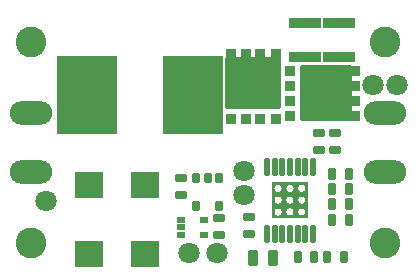
<source format=gbr>
%TF.GenerationSoftware,Altium Limited,Altium Designer,20.1.8 (145)*%
G04 Layer_Color=32768*
%FSLAX24Y24*%
%MOIN*%
%TF.SameCoordinates,EFFAC6F7-03CC-4013-BD78-E1C7C4EA7A57*%
%TF.FilePolarity,Negative*%
%TF.FileFunction,Soldermask,Top*%
%TF.Part,Single*%
G01*
G75*
%TA.AperFunction,ComponentPad*%
%ADD40C,0.0709*%
%TA.AperFunction,ViaPad*%
%ADD41C,0.1024*%
%ADD42O,0.1417X0.0787*%
%ADD43C,0.0709*%
%TA.AperFunction,SMDPad,CuDef*%
G04:AMPARAMS|DCode=49|XSize=35.4mil|YSize=31.5mil|CornerRadius=2.1mil|HoleSize=0mil|Usage=FLASHONLY|Rotation=90.000|XOffset=0mil|YOffset=0mil|HoleType=Round|Shape=RoundedRectangle|*
%AMROUNDEDRECTD49*
21,1,0.0354,0.0273,0,0,90.0*
21,1,0.0312,0.0315,0,0,90.0*
1,1,0.0042,0.0136,0.0156*
1,1,0.0042,0.0136,-0.0156*
1,1,0.0042,-0.0136,-0.0156*
1,1,0.0042,-0.0136,0.0156*
%
%ADD49ROUNDEDRECTD49*%
G04:AMPARAMS|DCode=50|XSize=173.2mil|YSize=183.5mil|CornerRadius=2.8mil|HoleSize=0mil|Usage=FLASHONLY|Rotation=90.000|XOffset=0mil|YOffset=0mil|HoleType=Round|Shape=RoundedRectangle|*
%AMROUNDEDRECTD50*
21,1,0.1732,0.1778,0,0,90.0*
21,1,0.1676,0.1835,0,0,90.0*
1,1,0.0056,0.0889,0.0838*
1,1,0.0056,0.0889,-0.0838*
1,1,0.0056,-0.0889,-0.0838*
1,1,0.0056,-0.0889,0.0838*
%
%ADD50ROUNDEDRECTD50*%
G04:AMPARAMS|DCode=51|XSize=35.4mil|YSize=31.5mil|CornerRadius=2.1mil|HoleSize=0mil|Usage=FLASHONLY|Rotation=0.000|XOffset=0mil|YOffset=0mil|HoleType=Round|Shape=RoundedRectangle|*
%AMROUNDEDRECTD51*
21,1,0.0354,0.0273,0,0,0.0*
21,1,0.0312,0.0315,0,0,0.0*
1,1,0.0042,0.0156,-0.0136*
1,1,0.0042,-0.0156,-0.0136*
1,1,0.0042,-0.0156,0.0136*
1,1,0.0042,0.0156,0.0136*
%
%ADD51ROUNDEDRECTD51*%
G04:AMPARAMS|DCode=52|XSize=173.2mil|YSize=183.5mil|CornerRadius=2.8mil|HoleSize=0mil|Usage=FLASHONLY|Rotation=0.000|XOffset=0mil|YOffset=0mil|HoleType=Round|Shape=RoundedRectangle|*
%AMROUNDEDRECTD52*
21,1,0.1732,0.1778,0,0,0.0*
21,1,0.1676,0.1835,0,0,0.0*
1,1,0.0056,0.0838,-0.0889*
1,1,0.0056,-0.0838,-0.0889*
1,1,0.0056,-0.0838,0.0889*
1,1,0.0056,0.0838,0.0889*
%
%ADD52ROUNDEDRECTD52*%
%TA.AperFunction,NonConductor*%
%ADD53C,0.0079*%
%ADD54R,0.1220X0.0157*%
%ADD55R,0.1220X0.0098*%
%ADD56R,0.0098X0.1220*%
%ADD57R,0.0098X0.1220*%
%ADD58R,0.0157X0.1220*%
%ADD59R,0.0157X0.1220*%
%TA.AperFunction,SMDPad,CuDef*%
G04:AMPARAMS|DCode=60|XSize=37.4mil|YSize=25.6mil|CornerRadius=2.1mil|HoleSize=0mil|Usage=FLASHONLY|Rotation=180.000|XOffset=0mil|YOffset=0mil|HoleType=Round|Shape=RoundedRectangle|*
%AMROUNDEDRECTD60*
21,1,0.0374,0.0214,0,0,180.0*
21,1,0.0332,0.0256,0,0,180.0*
1,1,0.0042,-0.0166,0.0107*
1,1,0.0042,0.0166,0.0107*
1,1,0.0042,0.0166,-0.0107*
1,1,0.0042,-0.0166,-0.0107*
%
%ADD60ROUNDEDRECTD60*%
G04:AMPARAMS|DCode=61|XSize=259.9mil|YSize=200.9mil|CornerRadius=3mil|HoleSize=0mil|Usage=FLASHONLY|Rotation=90.000|XOffset=0mil|YOffset=0mil|HoleType=Round|Shape=RoundedRectangle|*
%AMROUNDEDRECTD61*
21,1,0.2599,0.1949,0,0,90.0*
21,1,0.2539,0.2009,0,0,90.0*
1,1,0.0060,0.0974,0.1270*
1,1,0.0060,0.0974,-0.1270*
1,1,0.0060,-0.0974,-0.1270*
1,1,0.0060,-0.0974,0.1270*
%
%ADD61ROUNDEDRECTD61*%
G04:AMPARAMS|DCode=62|XSize=96.5mil|YSize=86.6mil|CornerRadius=2.4mil|HoleSize=0mil|Usage=FLASHONLY|Rotation=180.000|XOffset=0mil|YOffset=0mil|HoleType=Round|Shape=RoundedRectangle|*
%AMROUNDEDRECTD62*
21,1,0.0965,0.0818,0,0,180.0*
21,1,0.0917,0.0866,0,0,180.0*
1,1,0.0048,-0.0458,0.0409*
1,1,0.0048,0.0458,0.0409*
1,1,0.0048,0.0458,-0.0409*
1,1,0.0048,-0.0458,-0.0409*
%
%ADD62ROUNDEDRECTD62*%
%TA.AperFunction,ConnectorPad*%
G04:AMPARAMS|DCode=63|XSize=51.2mil|YSize=31.5mil|CornerRadius=2.1mil|HoleSize=0mil|Usage=FLASHONLY|Rotation=90.000|XOffset=0mil|YOffset=0mil|HoleType=Round|Shape=RoundedRectangle|*
%AMROUNDEDRECTD63*
21,1,0.0512,0.0273,0,0,90.0*
21,1,0.0470,0.0315,0,0,90.0*
1,1,0.0042,0.0136,0.0235*
1,1,0.0042,0.0136,-0.0235*
1,1,0.0042,-0.0136,-0.0235*
1,1,0.0042,-0.0136,0.0235*
%
%ADD63ROUNDEDRECTD63*%
%TA.AperFunction,SMDPad,CuDef*%
G04:AMPARAMS|DCode=64|XSize=25.6mil|YSize=33.5mil|CornerRadius=2.1mil|HoleSize=0mil|Usage=FLASHONLY|Rotation=0.000|XOffset=0mil|YOffset=0mil|HoleType=Round|Shape=RoundedRectangle|*
%AMROUNDEDRECTD64*
21,1,0.0256,0.0293,0,0,0.0*
21,1,0.0214,0.0335,0,0,0.0*
1,1,0.0042,0.0107,-0.0147*
1,1,0.0042,-0.0107,-0.0147*
1,1,0.0042,-0.0107,0.0147*
1,1,0.0042,0.0107,0.0147*
%
%ADD64ROUNDEDRECTD64*%
G04:AMPARAMS|DCode=65|XSize=17.7mil|YSize=27.6mil|CornerRadius=2mil|HoleSize=0mil|Usage=FLASHONLY|Rotation=90.000|XOffset=0mil|YOffset=0mil|HoleType=Round|Shape=RoundedRectangle|*
%AMROUNDEDRECTD65*
21,1,0.0177,0.0235,0,0,90.0*
21,1,0.0136,0.0276,0,0,90.0*
1,1,0.0041,0.0117,0.0068*
1,1,0.0041,0.0117,-0.0068*
1,1,0.0041,-0.0117,-0.0068*
1,1,0.0041,-0.0117,0.0068*
%
%ADD65ROUNDEDRECTD65*%
G04:AMPARAMS|DCode=66|XSize=37.4mil|YSize=23.6mil|CornerRadius=2.1mil|HoleSize=0mil|Usage=FLASHONLY|Rotation=90.000|XOffset=0mil|YOffset=0mil|HoleType=Round|Shape=RoundedRectangle|*
%AMROUNDEDRECTD66*
21,1,0.0374,0.0195,0,0,90.0*
21,1,0.0333,0.0236,0,0,90.0*
1,1,0.0041,0.0097,0.0166*
1,1,0.0041,0.0097,-0.0166*
1,1,0.0041,-0.0097,-0.0166*
1,1,0.0041,-0.0097,0.0166*
%
%ADD66ROUNDEDRECTD66*%
G04:AMPARAMS|DCode=67|XSize=37.4mil|YSize=25.6mil|CornerRadius=2.1mil|HoleSize=0mil|Usage=FLASHONLY|Rotation=270.000|XOffset=0mil|YOffset=0mil|HoleType=Round|Shape=RoundedRectangle|*
%AMROUNDEDRECTD67*
21,1,0.0374,0.0214,0,0,270.0*
21,1,0.0332,0.0256,0,0,270.0*
1,1,0.0042,-0.0107,-0.0166*
1,1,0.0042,-0.0107,0.0166*
1,1,0.0042,0.0107,0.0166*
1,1,0.0042,0.0107,-0.0166*
%
%ADD67ROUNDEDRECTD67*%
%TA.AperFunction,ConnectorPad*%
G04:AMPARAMS|DCode=68|XSize=37.4mil|YSize=25.6mil|CornerRadius=2.1mil|HoleSize=0mil|Usage=FLASHONLY|Rotation=90.000|XOffset=0mil|YOffset=0mil|HoleType=Round|Shape=RoundedRectangle|*
%AMROUNDEDRECTD68*
21,1,0.0374,0.0214,0,0,90.0*
21,1,0.0332,0.0256,0,0,90.0*
1,1,0.0042,0.0107,0.0166*
1,1,0.0042,0.0107,-0.0166*
1,1,0.0042,-0.0107,-0.0166*
1,1,0.0042,-0.0107,0.0166*
%
%ADD68ROUNDEDRECTD68*%
%TA.AperFunction,SMDPad,CuDef*%
G04:AMPARAMS|DCode=69|XSize=59.9mil|YSize=17.7mil|CornerRadius=2mil|HoleSize=0mil|Usage=FLASHONLY|Rotation=270.000|XOffset=0mil|YOffset=0mil|HoleType=Round|Shape=RoundedRectangle|*
%AMROUNDEDRECTD69*
21,1,0.0599,0.0136,0,0,270.0*
21,1,0.0559,0.0177,0,0,270.0*
1,1,0.0041,-0.0068,-0.0279*
1,1,0.0041,-0.0068,0.0279*
1,1,0.0041,0.0068,0.0279*
1,1,0.0041,0.0068,-0.0279*
%
%ADD69ROUNDEDRECTD69*%
G04:AMPARAMS|DCode=70|XSize=37.4mil|YSize=23.6mil|CornerRadius=2.1mil|HoleSize=0mil|Usage=FLASHONLY|Rotation=180.000|XOffset=0mil|YOffset=0mil|HoleType=Round|Shape=RoundedRectangle|*
%AMROUNDEDRECTD70*
21,1,0.0374,0.0195,0,0,180.0*
21,1,0.0333,0.0236,0,0,180.0*
1,1,0.0041,-0.0166,0.0097*
1,1,0.0041,0.0166,0.0097*
1,1,0.0041,0.0166,-0.0097*
1,1,0.0041,-0.0166,-0.0097*
%
%ADD70ROUNDEDRECTD70*%
G04:AMPARAMS|DCode=71|XSize=104.3mil|YSize=35.4mil|CornerRadius=2.1mil|HoleSize=0mil|Usage=FLASHONLY|Rotation=0.000|XOffset=0mil|YOffset=0mil|HoleType=Round|Shape=RoundedRectangle|*
%AMROUNDEDRECTD71*
21,1,0.1043,0.0312,0,0,0.0*
21,1,0.1001,0.0354,0,0,0.0*
1,1,0.0043,0.0500,-0.0156*
1,1,0.0043,-0.0500,-0.0156*
1,1,0.0043,-0.0500,0.0156*
1,1,0.0043,0.0500,0.0156*
%
%ADD71ROUNDEDRECTD71*%
D40*
X7166Y659D02*
D03*
X6252D02*
D03*
D41*
X984Y7677D02*
D03*
Y984D02*
D03*
X12789D02*
D03*
Y7677D02*
D03*
D42*
Y3346D02*
D03*
Y5315D02*
D03*
X984Y3346D02*
D03*
Y5315D02*
D03*
D43*
X12386Y6250D02*
D03*
X1468Y2392D02*
D03*
X13173Y6250D02*
D03*
X8072Y3374D02*
D03*
Y2587D02*
D03*
D49*
X8150Y5128D02*
D03*
X8623D02*
D03*
X9134D02*
D03*
Y7295D02*
D03*
X8623D02*
D03*
X8150D02*
D03*
X7638D02*
D03*
Y5128D02*
D03*
D50*
X8386Y6330D02*
D03*
D51*
X9607Y6722D02*
D03*
X11774D02*
D03*
Y6211D02*
D03*
Y5738D02*
D03*
Y5226D02*
D03*
X9607D02*
D03*
Y5738D02*
D03*
Y6211D02*
D03*
D52*
X10809Y5974D02*
D03*
D53*
X9764Y2416D02*
G03*
X9764Y2416I-157J0D01*
G01*
X10158Y2809D02*
G03*
X10158Y2809I-157J0D01*
G01*
Y2416D02*
G03*
X10158Y2416I-157J0D01*
G01*
Y2022D02*
G03*
X10158Y2022I-157J0D01*
G01*
X9764D02*
G03*
X9764Y2022I-157J0D01*
G01*
Y2809D02*
G03*
X9764Y2809I-157J0D01*
G01*
X9371D02*
G03*
X9371Y2809I-157J0D01*
G01*
Y2416D02*
G03*
X9371Y2416I-157J0D01*
G01*
Y2022D02*
G03*
X9371Y2022I-157J0D01*
G01*
D54*
X9607Y2612D02*
D03*
Y2219D02*
D03*
D55*
Y1855D02*
D03*
X9607Y2977D02*
D03*
D56*
X9046Y2416D02*
D03*
D57*
X10168Y2416D02*
D03*
D58*
X9804D02*
D03*
D59*
X9410Y2416D02*
D03*
D60*
X5975Y3149D02*
D03*
Y2598D02*
D03*
X7235Y1810D02*
D03*
Y1259D02*
D03*
X8239Y1847D02*
D03*
Y1296D02*
D03*
X10580Y4654D02*
D03*
Y4103D02*
D03*
D61*
X2835Y5906D02*
D03*
X6378D02*
D03*
D62*
X4793Y2913D02*
D03*
Y610D02*
D03*
X2904D02*
D03*
Y2913D02*
D03*
D63*
X9047Y486D02*
D03*
X8378D02*
D03*
D64*
X7235Y2214D02*
D03*
X6487Y2214D02*
D03*
Y3139D02*
D03*
X6861D02*
D03*
X7235D02*
D03*
D65*
X5984Y1771D02*
D03*
X5984Y1515D02*
D03*
X5984Y1259D02*
D03*
X6752D02*
D03*
Y1771D02*
D03*
D66*
X11014Y3272D02*
D03*
X11565D02*
D03*
X11014Y2777D02*
D03*
X11565D02*
D03*
X10847Y512D02*
D03*
X11398D02*
D03*
X11014Y2272D02*
D03*
X11565D02*
D03*
D67*
X11014Y1769D02*
D03*
X11565D02*
D03*
D68*
X9863Y512D02*
D03*
X10414D02*
D03*
D69*
X8839Y3536D02*
D03*
X9095D02*
D03*
X9351D02*
D03*
X9607D02*
D03*
X9863D02*
D03*
X10119D02*
D03*
X10375D02*
D03*
X10375Y1296D02*
D03*
X10119D02*
D03*
X9863D02*
D03*
X9607D02*
D03*
X9351D02*
D03*
X9095D02*
D03*
X8839D02*
D03*
D70*
X11112Y4654D02*
D03*
Y4103D02*
D03*
D71*
X11243Y8317D02*
D03*
Y7195D02*
D03*
X10101Y8317D02*
D03*
Y7195D02*
D03*
%TF.MD5,238bda77e4dcc518d342bf93b9bc6ded*%
M02*

</source>
